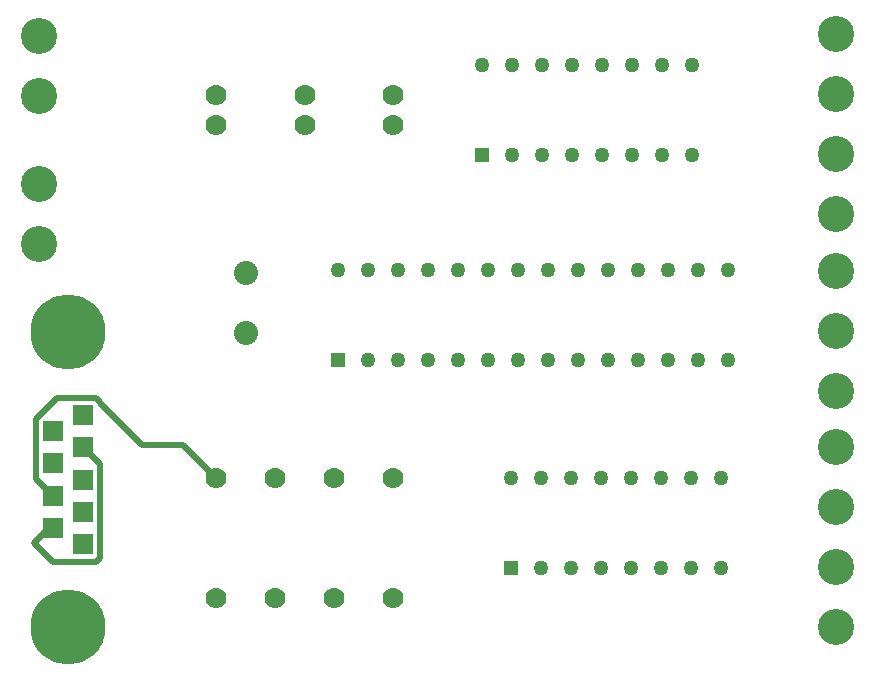
<source format=gbr>
G04 PROTEUS GERBER X2 FILE*
%TF.GenerationSoftware,Labcenter,Proteus,8.12-SP0-Build30713*%
%TF.CreationDate,2022-01-23T14:34:13+00:00*%
%TF.FileFunction,Copper,L1,Top*%
%TF.FilePolarity,Positive*%
%TF.Part,Single*%
%TF.SameCoordinates,{31d8c894-68c1-4210-9226-32e75d25b3a7}*%
%FSLAX45Y45*%
%MOMM*%
G01*
%TA.AperFunction,Conductor*%
%ADD10C,0.508000*%
%TA.AperFunction,ComponentPad*%
%ADD11R,1.270000X1.270000*%
%ADD12C,1.270000*%
%TA.AperFunction,ComponentPad*%
%ADD13C,3.048000*%
%ADD14C,1.778000*%
%TA.AperFunction,ComponentPad*%
%ADD15R,1.778000X1.778000*%
%ADD16C,6.350000*%
%TA.AperFunction,ComponentPad*%
%ADD17C,2.032000*%
%TD.AperFunction*%
D10*
X-5500000Y+3266000D02*
X-5776180Y+3542180D01*
X-6128099Y+3542180D01*
X-6484041Y+3898122D01*
X-6484041Y+3909513D01*
X-6519899Y+3945371D01*
X-6661747Y+3945371D01*
X-6842966Y+3945371D01*
X-7022224Y+3766113D01*
X-7022224Y+3258384D01*
X-6877000Y+3113160D01*
X-6623000Y+3524640D02*
X-6478346Y+3379986D01*
X-6478346Y+2591105D01*
X-6515364Y+2554087D01*
X-6876999Y+2554087D01*
X-7039309Y+2716397D01*
X-6916866Y+2838840D01*
X-6877000Y+2838840D01*
D11*
X-4468000Y+4262000D03*
D12*
X-4214000Y+4262000D03*
X-3960000Y+4262000D03*
X-3706000Y+4262000D03*
X-3452000Y+4262000D03*
X-3198000Y+4262000D03*
X-2944000Y+4262000D03*
X-2690000Y+4262000D03*
X-2436000Y+4262000D03*
X-2182000Y+4262000D03*
X-1928000Y+4262000D03*
X-1674000Y+4262000D03*
X-1420000Y+4262000D03*
X-1166000Y+4262000D03*
X-1166000Y+5024000D03*
X-1420000Y+5024000D03*
X-1674000Y+5024000D03*
X-1928000Y+5024000D03*
X-2182000Y+5024000D03*
X-2436000Y+5024000D03*
X-2690000Y+5024000D03*
X-2944000Y+5024000D03*
X-3198000Y+5024000D03*
X-3452000Y+5024000D03*
X-3706000Y+5024000D03*
X-3960000Y+5024000D03*
X-4214000Y+5024000D03*
X-4466000Y+5024000D03*
D11*
X-3000000Y+2500000D03*
D12*
X-2746000Y+2500000D03*
X-2492000Y+2500000D03*
X-2238000Y+2500000D03*
X-1984000Y+2500000D03*
X-1730000Y+2500000D03*
X-1476000Y+2500000D03*
X-1222000Y+2500000D03*
X-1222000Y+3262000D03*
X-1476000Y+3262000D03*
X-1730000Y+3262000D03*
X-1984000Y+3262000D03*
X-2238000Y+3262000D03*
X-2492000Y+3262000D03*
X-2746000Y+3262000D03*
X-3000000Y+3262000D03*
D11*
X-3250000Y+6000000D03*
D12*
X-2996000Y+6000000D03*
X-2742000Y+6000000D03*
X-2488000Y+6000000D03*
X-2234000Y+6000000D03*
X-1980000Y+6000000D03*
X-1726000Y+6000000D03*
X-1472000Y+6000000D03*
X-1472000Y+6762000D03*
X-1726000Y+6762000D03*
X-1980000Y+6762000D03*
X-2234000Y+6762000D03*
X-2488000Y+6762000D03*
X-2742000Y+6762000D03*
X-2996000Y+6762000D03*
X-3250000Y+6762000D03*
D13*
X-7000000Y+6500000D03*
X-7000000Y+7008000D03*
X-250000Y+2000000D03*
X-250000Y+2508000D03*
X-250000Y+3016000D03*
X-250000Y+3524000D03*
X-250000Y+5500000D03*
X-250000Y+6008000D03*
X-250000Y+6516000D03*
X-250000Y+7024000D03*
X-250000Y+4000000D03*
X-250000Y+4508000D03*
X-250000Y+5016000D03*
D14*
X-4000000Y+2250000D03*
X-4000000Y+3266000D03*
X-4500000Y+2250000D03*
X-4500000Y+3266000D03*
X-5000000Y+2250000D03*
X-5000000Y+3266000D03*
X-5500000Y+2250000D03*
X-5500000Y+3266000D03*
X-4000000Y+6250000D03*
X-4000000Y+6504000D03*
X-4750000Y+6250000D03*
X-4750000Y+6504000D03*
X-5500000Y+6250000D03*
X-5500000Y+6504000D03*
D15*
X-6623000Y+2701680D03*
X-6623000Y+2976000D03*
X-6623000Y+3250320D03*
X-6623000Y+3524640D03*
X-6623000Y+3798960D03*
X-6877000Y+2838840D03*
X-6877000Y+3113160D03*
X-6877000Y+3387480D03*
X-6877000Y+3661800D03*
D16*
X-6750000Y+2000640D03*
X-6750000Y+4500000D03*
D17*
X-5250000Y+5000000D03*
X-5250000Y+4492000D03*
D13*
X-7000000Y+5242000D03*
X-7000000Y+5750000D03*
M02*

</source>
